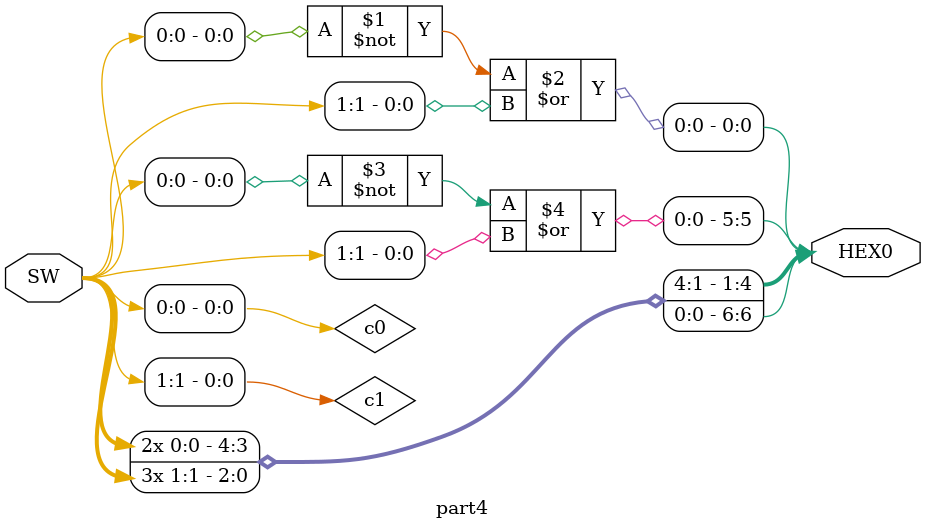
<source format=v>
module part4(SW, HEX0);

input [1:0] SW;
output [0:6] HEX0;
wire c1, c0;

assign c1 = SW[1];
assign c0 = SW[0];

assign HEX0[0] = ~c0 | c1;
assign HEX0[1] = c0;
assign HEX0[2] = c0;
assign HEX0[3] = c1;
assign HEX0[4] = c1;
assign HEX0[5] = ~c0 | c1;
assign HEX0[6] = c1;

endmodule
</source>
